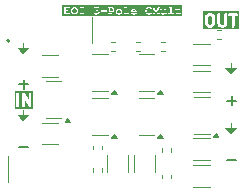
<source format=gto>
%TF.GenerationSoftware,KiCad,Pcbnew,8.0.9-8.0.9-0~ubuntu24.04.1*%
%TF.CreationDate,2025-07-21T09:14:06-04:00*%
%TF.ProjectId,cap_multiplier_tile,6361705f-6d75-46c7-9469-706c6965725f,0.1.X*%
%TF.SameCoordinates,Original*%
%TF.FileFunction,Legend,Top*%
%TF.FilePolarity,Positive*%
%FSLAX46Y46*%
G04 Gerber Fmt 4.6, Leading zero omitted, Abs format (unit mm)*
G04 Created by KiCad (PCBNEW 8.0.9-8.0.9-0~ubuntu24.04.1) date 2025-07-21 09:14:06*
%MOMM*%
%LPD*%
G01*
G04 APERTURE LIST*
%ADD10C,0.100000*%
%ADD11C,0.000000*%
%ADD12C,0.191421*%
%ADD13C,0.110000*%
%ADD14C,0.150000*%
%ADD15C,0.250000*%
%ADD16C,0.120000*%
G04 APERTURE END LIST*
D10*
X9200000Y-2400000D02*
X9200000Y-2000000D01*
X-8400000Y-1300000D02*
X-8400000Y-900000D01*
D11*
G36*
X-8400000Y-1900000D02*
G01*
X-8900000Y-1300000D01*
X-7900000Y-1300000D01*
X-8400000Y-1900000D01*
G37*
G36*
X9200000Y2100000D02*
G01*
X8700000Y2700000D01*
X9700000Y2700000D01*
X9200000Y2100000D01*
G37*
D12*
X-9604290Y5000000D02*
G75*
G02*
X-9795710Y5000000I-95710J0D01*
G01*
X-9795710Y5000000D02*
G75*
G02*
X-9604290Y5000000I95710J0D01*
G01*
D10*
X-8400000Y4400000D02*
X-8400000Y4800000D01*
D11*
G36*
X9200000Y-3000000D02*
G01*
X8700000Y-2400000D01*
X9700000Y-2400000D01*
X9200000Y-3000000D01*
G37*
D10*
X9200000Y2700000D02*
X9200000Y3100000D01*
D11*
G36*
X-8400000Y3800000D02*
G01*
X-8900000Y4400000D01*
X-7900000Y4400000D01*
X-8400000Y3800000D01*
G37*
D13*
G36*
X-4053058Y7739368D02*
G01*
X-4017745Y7726915D01*
X-3985816Y7707203D01*
X-3958016Y7681082D01*
X-3935094Y7649407D01*
X-3917796Y7613027D01*
X-3906870Y7572797D01*
X-3903062Y7529568D01*
X-3906960Y7488092D01*
X-3918106Y7449180D01*
X-3935674Y7413744D01*
X-3958841Y7382702D01*
X-3986782Y7356965D01*
X-4018673Y7337450D01*
X-4053689Y7325070D01*
X-4091007Y7320740D01*
X-4128640Y7325076D01*
X-4163804Y7337499D01*
X-4195715Y7357129D01*
X-4223585Y7383091D01*
X-4246629Y7414505D01*
X-4264062Y7450493D01*
X-4275098Y7490178D01*
X-4278951Y7532682D01*
X-4275098Y7574883D01*
X-4264062Y7614341D01*
X-4246629Y7650167D01*
X-4223585Y7681472D01*
X-4195715Y7707367D01*
X-4163804Y7726964D01*
X-4128640Y7739374D01*
X-4091007Y7743708D01*
X-4053058Y7739368D01*
G37*
G36*
X-271138Y7587083D02*
G01*
X-233920Y7575110D01*
X-201904Y7556400D01*
X-172088Y7526490D01*
X-153668Y7490106D01*
X-148561Y7456112D01*
X-155871Y7415254D01*
X-176439Y7379711D01*
X-208223Y7351128D01*
X-241803Y7333812D01*
X-280570Y7323424D01*
X-314524Y7320740D01*
X-356577Y7324902D01*
X-394371Y7336752D01*
X-426731Y7355339D01*
X-456737Y7385196D01*
X-475200Y7421739D01*
X-480304Y7456112D01*
X-472996Y7497293D01*
X-452367Y7532857D01*
X-420358Y7561283D01*
X-386393Y7578420D01*
X-346997Y7588662D01*
X-312326Y7591300D01*
X-271138Y7587083D01*
G37*
G36*
X977186Y7587540D02*
G01*
X1014024Y7576675D01*
X1049873Y7555850D01*
X1076368Y7527193D01*
X1090300Y7497145D01*
X781638Y7497145D01*
X798274Y7531289D01*
X826183Y7558872D01*
X863389Y7578697D01*
X901179Y7588609D01*
X935878Y7591300D01*
X977186Y7587540D01*
G37*
G36*
X-893609Y7728267D02*
G01*
X-858070Y7715026D01*
X-829754Y7689191D01*
X-815941Y7653160D01*
X-814794Y7637279D01*
X-822797Y7598281D01*
X-845843Y7568746D01*
X-882491Y7550030D01*
X-924581Y7543595D01*
X-931298Y7543490D01*
X-1055129Y7543490D01*
X-1055129Y7731984D01*
X-931298Y7731984D01*
X-893609Y7728267D01*
G37*
G36*
X5044638Y7132444D02*
G01*
X-5105088Y7132444D01*
X-5105088Y7784557D01*
X-5021755Y7784557D01*
X-5010086Y7749005D01*
X-4976558Y7733603D01*
X-4952512Y7731984D01*
X-4936759Y7731984D01*
X-4936759Y7332464D01*
X-4952512Y7332464D01*
X-4990521Y7327470D01*
X-5018504Y7301136D01*
X-5021755Y7279891D01*
X-5009184Y7245452D01*
X-4972370Y7228850D01*
X-4952512Y7227500D01*
X-4457920Y7227500D01*
X-4457920Y7387052D01*
X-4462905Y7425892D01*
X-4489150Y7454136D01*
X-4510310Y7457394D01*
X-4545460Y7446198D01*
X-4561162Y7412480D01*
X-4562884Y7387052D01*
X-4562884Y7332464D01*
X-4831612Y7332464D01*
X-4831612Y7485421D01*
X-4742402Y7485421D01*
X-4742402Y7477910D01*
X-4738922Y7441056D01*
X-4718877Y7410201D01*
X-4690012Y7403355D01*
X-4655210Y7415266D01*
X-4640125Y7448920D01*
X-4638538Y7472598D01*
X-4638538Y7532682D01*
X-4383915Y7532682D01*
X-4380539Y7484693D01*
X-4370745Y7438883D01*
X-4355028Y7395806D01*
X-4333886Y7356017D01*
X-4307816Y7320071D01*
X-4277316Y7288524D01*
X-4242882Y7261931D01*
X-4205012Y7240847D01*
X-4164203Y7225827D01*
X-4120952Y7217426D01*
X-4091007Y7215777D01*
X-4046865Y7219452D01*
X-4004643Y7230092D01*
X-3964870Y7247115D01*
X-3928075Y7269940D01*
X-3894786Y7297989D01*
X-3865533Y7330679D01*
X-3840844Y7367430D01*
X-3821248Y7407663D01*
X-3807274Y7450796D01*
X-3799452Y7496249D01*
X-3797915Y7527553D01*
X-3800527Y7575959D01*
X-3807969Y7619407D01*
X-3819657Y7658150D01*
X-3835004Y7692440D01*
X-3863600Y7736081D01*
X-3897128Y7771130D01*
X-3915063Y7784557D01*
X-3689471Y7784557D01*
X-3677744Y7749005D01*
X-3644113Y7733603D01*
X-3620045Y7731984D01*
X-3513983Y7731984D01*
X-3513983Y7332464D01*
X-3620045Y7332464D01*
X-3657240Y7328112D01*
X-3685560Y7303580D01*
X-3689471Y7279891D01*
X-3674845Y7243866D01*
X-3639911Y7228888D01*
X-3620045Y7227500D01*
X-3302957Y7227500D01*
X-3266442Y7232678D01*
X-3238042Y7257099D01*
X-3233714Y7279891D01*
X-3241747Y7304987D01*
X-2448412Y7304987D01*
X-2432942Y7268404D01*
X-2402580Y7246412D01*
X-2366367Y7232205D01*
X-2321287Y7222168D01*
X-2279500Y7217409D01*
X-2233173Y7215777D01*
X-2194479Y7217107D01*
X-2143203Y7223764D01*
X-2099573Y7235386D01*
X-2063061Y7251265D01*
X-2024533Y7277839D01*
X-1996459Y7309047D01*
X-1977585Y7343214D01*
X-1966654Y7378663D01*
X-1962247Y7422223D01*
X-1967845Y7464129D01*
X-1984731Y7501896D01*
X-1995260Y7514913D01*
X-1844278Y7514913D01*
X-1832550Y7479361D01*
X-1798920Y7463959D01*
X-1774852Y7462340D01*
X-1371668Y7462340D01*
X-1332693Y7467914D01*
X-1305487Y7494484D01*
X-1302425Y7514913D01*
X-1313273Y7550465D01*
X-1349701Y7566324D01*
X-1371668Y7567487D01*
X-1774852Y7567487D01*
X-1813884Y7562203D01*
X-1841199Y7535750D01*
X-1844278Y7514913D01*
X-1995260Y7514913D01*
X-2008293Y7531027D01*
X-2040337Y7557211D01*
X-2073582Y7576812D01*
X-2080949Y7580492D01*
X-2046752Y7603579D01*
X-2017070Y7631303D01*
X-1995562Y7665676D01*
X-1986059Y7704843D01*
X-1985328Y7721176D01*
X-1989282Y7758978D01*
X-1997701Y7784557D01*
X-1245272Y7784557D01*
X-1233603Y7749005D01*
X-1200075Y7733603D01*
X-1176029Y7731984D01*
X-1160276Y7731984D01*
X-1160276Y7543490D01*
X-1160276Y7332464D01*
X-1176029Y7332464D01*
X-1215004Y7327180D01*
X-1242210Y7300728D01*
X-1245272Y7279891D01*
X-1232701Y7245452D01*
X-1195887Y7228850D01*
X-1176029Y7227500D01*
X-951265Y7227500D01*
X-914120Y7232526D01*
X-885911Y7257471D01*
X-882022Y7279891D01*
X-894223Y7315926D01*
X-928026Y7330969D01*
X-951265Y7332464D01*
X-1055129Y7332464D01*
X-1055129Y7438526D01*
X-952364Y7438526D01*
X-900089Y7441494D01*
X-855246Y7449903D01*
X-837291Y7456112D01*
X-585450Y7456112D01*
X-582364Y7419579D01*
X-569178Y7373594D01*
X-546575Y7331619D01*
X-515592Y7294632D01*
X-487480Y7270752D01*
X-455674Y7250639D01*
X-420612Y7234705D01*
X-382732Y7223361D01*
X-342471Y7217021D01*
X-314524Y7215777D01*
X-272876Y7218553D01*
X-233335Y7226607D01*
X-196334Y7239526D01*
X-162308Y7256899D01*
X-131692Y7278314D01*
X-130006Y7279891D01*
X65030Y7279891D01*
X77601Y7245452D01*
X114415Y7228850D01*
X134273Y7227500D01*
X495508Y7227500D01*
X532702Y7232526D01*
X561023Y7257471D01*
X564934Y7279891D01*
X552675Y7315926D01*
X518769Y7330969D01*
X495508Y7332464D01*
X367463Y7332464D01*
X367463Y7450800D01*
X664035Y7450800D01*
X666999Y7413975D01*
X679777Y7368199D01*
X701927Y7326945D01*
X732674Y7291000D01*
X771240Y7261153D01*
X804829Y7243242D01*
X842051Y7229536D01*
X882578Y7220368D01*
X926083Y7216070D01*
X941190Y7215777D01*
X983497Y7217139D01*
X1024900Y7220556D01*
X1069116Y7226511D01*
X1112540Y7235439D01*
X1151568Y7247772D01*
X1188681Y7268638D01*
X1206804Y7302788D01*
X1192264Y7338165D01*
X1156429Y7352248D01*
X1118643Y7346173D01*
X1081530Y7336494D01*
X1041337Y7328048D01*
X1000200Y7322807D01*
X961343Y7320831D01*
X950715Y7320740D01*
X910030Y7322713D01*
X868161Y7330370D01*
X833688Y7343934D01*
X802544Y7367417D01*
X780867Y7399369D01*
X778524Y7404638D01*
X1206804Y7404638D01*
X1206804Y7445670D01*
X1203822Y7485297D01*
X1195123Y7522551D01*
X1181318Y7556496D01*
X1922863Y7556496D01*
X1922863Y7488535D01*
X1926225Y7445658D01*
X1936043Y7405272D01*
X1951913Y7367756D01*
X1973433Y7333486D01*
X2000199Y7302838D01*
X2031810Y7276189D01*
X2067860Y7253916D01*
X2107948Y7236396D01*
X2151671Y7224006D01*
X2198626Y7217121D01*
X2231525Y7215777D01*
X2272121Y7217664D01*
X2309869Y7223013D01*
X2355336Y7234718D01*
X2394703Y7250626D01*
X2427376Y7269625D01*
X2457903Y7296022D01*
X2477879Y7328710D01*
X2480469Y7344371D01*
X2466587Y7378749D01*
X2433166Y7395573D01*
X2427896Y7395845D01*
X2392209Y7378426D01*
X2363883Y7354777D01*
X2327342Y7335221D01*
X2282688Y7323967D01*
X2234639Y7320740D01*
X2189568Y7323814D01*
X2149156Y7332796D01*
X2113818Y7347325D01*
X2077417Y7372736D01*
X2050409Y7405547D01*
X2033607Y7445053D01*
X2027826Y7490550D01*
X2027826Y7556496D01*
X2031373Y7595570D01*
X2041636Y7631343D01*
X2063052Y7670520D01*
X2092977Y7702470D01*
X2130310Y7726045D01*
X2173948Y7740096D01*
X2212657Y7743708D01*
X2252908Y7739854D01*
X2293395Y7729213D01*
X2326413Y7712554D01*
X2354404Y7681973D01*
X2360668Y7664573D01*
X2372254Y7629196D01*
X2404698Y7610539D01*
X2412142Y7610168D01*
X2447694Y7621895D01*
X2463097Y7655526D01*
X2464716Y7679594D01*
X2464716Y7767705D01*
X2462723Y7784741D01*
X2517655Y7784741D01*
X2528406Y7749626D01*
X2561619Y7731435D01*
X2561619Y7332464D01*
X2527636Y7317093D01*
X2517655Y7279891D01*
X2526849Y7243819D01*
X2562423Y7227650D01*
X2568030Y7227500D01*
X2713843Y7227500D01*
X2750026Y7235914D01*
X2771546Y7267384D01*
X2772645Y7279891D01*
X2758905Y7315271D01*
X2725416Y7331587D01*
X2713843Y7332464D01*
X2666766Y7332464D01*
X2666766Y7633249D01*
X2790597Y7371115D01*
X2886218Y7371115D01*
X3002722Y7634348D01*
X3002722Y7332464D01*
X2955461Y7332464D01*
X2919750Y7323392D01*
X2897803Y7291827D01*
X2896659Y7279891D01*
X2909323Y7243643D01*
X2944783Y7228043D01*
X2955461Y7227500D01*
X3102373Y7227500D01*
X3137736Y7241998D01*
X3147619Y7279891D01*
X3137283Y7317093D01*
X3107685Y7332464D01*
X3107685Y7632150D01*
X3160625Y7632150D01*
X3174650Y7596256D01*
X3208903Y7580150D01*
X3218327Y7579577D01*
X3246720Y7579577D01*
X3246720Y7392181D01*
X3250399Y7351731D01*
X3261000Y7316318D01*
X3282996Y7279304D01*
X3313523Y7250548D01*
X3351309Y7230262D01*
X3395086Y7218661D01*
X3433566Y7215777D01*
X3473090Y7218837D01*
X3511702Y7231178D01*
X3545326Y7252131D01*
X3577547Y7279707D01*
X3577547Y7227500D01*
X3677198Y7227500D01*
X3715346Y7232727D01*
X3743372Y7259070D01*
X3746624Y7279891D01*
X3841513Y7279891D01*
X3854083Y7245452D01*
X3890898Y7228850D01*
X3910755Y7227500D01*
X4271991Y7227500D01*
X4309185Y7232526D01*
X4337506Y7257471D01*
X4341417Y7279891D01*
X4329158Y7315926D01*
X4295251Y7330969D01*
X4271991Y7332464D01*
X4143946Y7332464D01*
X4143946Y7632150D01*
X4419452Y7632150D01*
X4431122Y7597081D01*
X4464650Y7581318D01*
X4488695Y7579577D01*
X4525515Y7579577D01*
X4525515Y7359575D01*
X4530863Y7320675D01*
X4546457Y7287099D01*
X4571622Y7259365D01*
X4605684Y7237995D01*
X4647966Y7223507D01*
X4687258Y7217222D01*
X4719688Y7215777D01*
X4762193Y7218349D01*
X4801087Y7224031D01*
X4841233Y7232832D01*
X4879776Y7244657D01*
X4913862Y7259413D01*
X4945851Y7281834D01*
X4961305Y7314329D01*
X4948419Y7349558D01*
X4913573Y7366651D01*
X4910930Y7366719D01*
X4874644Y7356055D01*
X4835984Y7339442D01*
X4795860Y7327924D01*
X4752280Y7321877D01*
X4720787Y7320740D01*
X4683611Y7322788D01*
X4646506Y7335303D01*
X4630854Y7368582D01*
X4630478Y7378992D01*
X4630478Y7579577D01*
X4820621Y7579577D01*
X4859596Y7585150D01*
X4886802Y7611721D01*
X4889864Y7632150D01*
X4878484Y7667702D01*
X4845107Y7683104D01*
X4820621Y7684723D01*
X4630478Y7684723D01*
X4630478Y7778512D01*
X4626177Y7816120D01*
X4601755Y7844872D01*
X4578088Y7848854D01*
X4542053Y7836403D01*
X4527010Y7802032D01*
X4525515Y7778512D01*
X4525515Y7684723D01*
X4488695Y7684723D01*
X4451632Y7680372D01*
X4423361Y7655839D01*
X4419452Y7632150D01*
X4143946Y7632150D01*
X4143946Y7883476D01*
X3956917Y7883476D01*
X3919554Y7879380D01*
X3890619Y7855032D01*
X3886575Y7830902D01*
X3898592Y7795408D01*
X3932737Y7780109D01*
X3956917Y7778512D01*
X4038983Y7778512D01*
X4038983Y7332464D01*
X3910755Y7332464D01*
X3873692Y7328112D01*
X3845422Y7303580D01*
X3841513Y7279891D01*
X3746624Y7279891D01*
X3733800Y7315271D01*
X3700410Y7331097D01*
X3682511Y7332464D01*
X3682511Y7684723D01*
X3540728Y7684723D01*
X3501753Y7679439D01*
X3474547Y7652987D01*
X3471485Y7632150D01*
X3486460Y7596040D01*
X3522711Y7580761D01*
X3540728Y7579577D01*
X3577547Y7579577D01*
X3577547Y7391082D01*
X3549459Y7363436D01*
X3517558Y7338813D01*
X3483428Y7324586D01*
X3444191Y7320740D01*
X3407607Y7324191D01*
X3371539Y7341370D01*
X3353859Y7373471D01*
X3351684Y7395295D01*
X3351684Y7684723D01*
X3229867Y7684723D01*
X3192804Y7680372D01*
X3164534Y7655839D01*
X3160625Y7632150D01*
X3107685Y7632150D01*
X3107685Y7732534D01*
X3138535Y7752670D01*
X3147619Y7784741D01*
X3138412Y7821599D01*
X3102631Y7836834D01*
X3093030Y7837131D01*
X2977442Y7837131D01*
X2835659Y7525721D01*
X2690762Y7837131D01*
X2572244Y7837131D01*
X2536744Y7827929D01*
X2518373Y7795514D01*
X2517655Y7784741D01*
X2462723Y7784741D01*
X2460364Y7804899D01*
X2435831Y7833220D01*
X2412142Y7837131D01*
X2376919Y7822509D01*
X2367996Y7811852D01*
X2357554Y7816065D01*
X2322280Y7829844D01*
X2286195Y7840594D01*
X2246657Y7847157D01*
X2208444Y7848854D01*
X2164022Y7845563D01*
X2122025Y7835986D01*
X2082877Y7820573D01*
X2047003Y7799772D01*
X2014827Y7774031D01*
X1986775Y7743798D01*
X1963270Y7709522D01*
X1944739Y7671651D01*
X1931605Y7630634D01*
X1924293Y7586917D01*
X1922863Y7556496D01*
X1181318Y7556496D01*
X1181072Y7557101D01*
X1162040Y7588613D01*
X1138392Y7616753D01*
X1110496Y7641189D01*
X1078721Y7661587D01*
X1043434Y7677613D01*
X1005003Y7688936D01*
X963795Y7695220D01*
X934962Y7696447D01*
X892849Y7693684D01*
X853024Y7685644D01*
X815893Y7672704D01*
X781860Y7655237D01*
X751330Y7633619D01*
X724708Y7608224D01*
X695990Y7569138D01*
X675899Y7524894D01*
X669099Y7497145D01*
X667069Y7488860D01*
X664035Y7450800D01*
X367463Y7450800D01*
X367463Y7883476D01*
X180434Y7883476D01*
X143071Y7879380D01*
X114136Y7855032D01*
X110093Y7830902D01*
X122110Y7795408D01*
X156254Y7780109D01*
X180434Y7778512D01*
X262500Y7778512D01*
X262500Y7332464D01*
X134273Y7332464D01*
X97209Y7328112D01*
X68939Y7303580D01*
X65030Y7279891D01*
X-130006Y7279891D01*
X-104921Y7303358D01*
X-75958Y7341684D01*
X-55634Y7384752D01*
X-44978Y7431587D01*
X-43597Y7456112D01*
X-49027Y7504096D01*
X-64603Y7548997D01*
X-89260Y7589793D01*
X-121931Y7625464D01*
X-151050Y7648238D01*
X-183628Y7667122D01*
X-219212Y7681687D01*
X-257354Y7691499D01*
X-297603Y7696130D01*
X-311410Y7696447D01*
X-354065Y7693714D01*
X-394383Y7685774D01*
X-431957Y7673010D01*
X-466382Y7655807D01*
X-497252Y7634551D01*
X-524161Y7609626D01*
X-553179Y7571352D01*
X-573472Y7528152D01*
X-584079Y7480938D01*
X-585450Y7456112D01*
X-837291Y7456112D01*
X-817333Y7463014D01*
X-776700Y7486526D01*
X-746316Y7515322D01*
X-724995Y7547646D01*
X-711552Y7581742D01*
X-704022Y7624179D01*
X-703419Y7640393D01*
X-707741Y7681770D01*
X-720272Y7719511D01*
X-740359Y7753035D01*
X-767350Y7781764D01*
X-800592Y7805117D01*
X-839432Y7822516D01*
X-883218Y7833380D01*
X-931298Y7837131D01*
X-1176029Y7837131D01*
X-1213092Y7832779D01*
X-1241363Y7808246D01*
X-1245272Y7784557D01*
X-1997701Y7784557D01*
X-2000815Y7794017D01*
X-2019437Y7825591D01*
X-2044656Y7852999D01*
X-2075980Y7875538D01*
X-2112917Y7892506D01*
X-2154976Y7903202D01*
X-2201666Y7906923D01*
X-2243202Y7904410D01*
X-2282841Y7897263D01*
X-2319463Y7886067D01*
X-2359286Y7867272D01*
X-2390445Y7844210D01*
X-2413314Y7812518D01*
X-2418004Y7789870D01*
X-2404620Y7753582D01*
X-2371787Y7735754D01*
X-2366530Y7735465D01*
X-2330084Y7750887D01*
X-2301457Y7777953D01*
X-2263091Y7795823D01*
X-2218912Y7801769D01*
X-2207894Y7801960D01*
X-2170172Y7798698D01*
X-2134348Y7787092D01*
X-2102994Y7761012D01*
X-2090423Y7723895D01*
X-2090291Y7719161D01*
X-2099948Y7682600D01*
X-2125643Y7653292D01*
X-2162461Y7635885D01*
X-2185912Y7633066D01*
X-2227861Y7633066D01*
X-2263149Y7621504D01*
X-2281853Y7588816D01*
X-2282449Y7580492D01*
X-2268207Y7546512D01*
X-2231080Y7532550D01*
X-2227861Y7532316D01*
X-2190822Y7528556D01*
X-2151134Y7519171D01*
X-2113398Y7501725D01*
X-2083329Y7473993D01*
X-2068673Y7439683D01*
X-2067210Y7423322D01*
X-2074274Y7385082D01*
X-2098956Y7352995D01*
X-2132431Y7334996D01*
X-2175641Y7324629D01*
X-2217967Y7321041D01*
X-2236287Y7320740D01*
X-2279696Y7322314D01*
X-2318798Y7327804D01*
X-2356135Y7340774D01*
X-2389946Y7356965D01*
X-2396022Y7357377D01*
X-2431397Y7343898D01*
X-2448146Y7310405D01*
X-2448412Y7304987D01*
X-3241747Y7304987D01*
X-3245094Y7315443D01*
X-3278471Y7330845D01*
X-3302957Y7332464D01*
X-3409020Y7332464D01*
X-3409020Y7731984D01*
X-3302957Y7731984D01*
X-3263982Y7737268D01*
X-3236776Y7763720D01*
X-3233714Y7784557D01*
X-3245094Y7820109D01*
X-3278471Y7835512D01*
X-3302957Y7837131D01*
X-3620045Y7837131D01*
X-3657240Y7832779D01*
X-3685560Y7808246D01*
X-3689471Y7784557D01*
X-3915063Y7784557D01*
X-3933609Y7798441D01*
X-3971062Y7818870D01*
X-4007508Y7833270D01*
X-4051114Y7844572D01*
X-4091007Y7848854D01*
X-4135609Y7845171D01*
X-4178102Y7834495D01*
X-4217986Y7817387D01*
X-4254766Y7794411D01*
X-4287944Y7766125D01*
X-4317023Y7733094D01*
X-4341505Y7695877D01*
X-4360894Y7655036D01*
X-4374692Y7611133D01*
X-4382402Y7564730D01*
X-4383915Y7532682D01*
X-4638538Y7532682D01*
X-4638538Y7591300D01*
X-4643564Y7628664D01*
X-4668509Y7657598D01*
X-4690928Y7661642D01*
X-4726132Y7649335D01*
X-4740918Y7615040D01*
X-4742402Y7591300D01*
X-4742402Y7589285D01*
X-4831612Y7589285D01*
X-4831612Y7731984D01*
X-4585965Y7731984D01*
X-4585965Y7681426D01*
X-4581869Y7644050D01*
X-4557521Y7613644D01*
X-4533391Y7609252D01*
X-4497897Y7620979D01*
X-4482598Y7654974D01*
X-4481001Y7679594D01*
X-4481001Y7837131D01*
X-4952512Y7837131D01*
X-4989575Y7832779D01*
X-5017846Y7808246D01*
X-5021755Y7784557D01*
X-5105088Y7784557D01*
X-5105088Y7990256D01*
X5044638Y7990256D01*
X5044638Y7132444D01*
G37*
D14*
X-8763221Y1311134D02*
X-8001316Y1311134D01*
X-8382269Y930181D02*
X-8382269Y1692086D01*
D15*
G36*
X7504714Y7085030D02*
G01*
X7561125Y7028619D01*
X7596615Y6886659D01*
X7596615Y6584104D01*
X7561125Y6442145D01*
X7504711Y6385731D01*
X7454012Y6360381D01*
X7322553Y6360381D01*
X7271852Y6385732D01*
X7215438Y6442145D01*
X7179949Y6584104D01*
X7179949Y6886659D01*
X7215439Y7028619D01*
X7271849Y7085030D01*
X7322553Y7110381D01*
X7454012Y7110381D01*
X7504714Y7085030D01*
G37*
G36*
X9873975Y5985381D02*
G01*
X6804949Y5985381D01*
X6804949Y6902048D01*
X6929949Y6902048D01*
X6929949Y6568715D01*
X6930368Y6564461D01*
X6930097Y6562639D01*
X6931446Y6553511D01*
X6932351Y6544329D01*
X6933055Y6542628D01*
X6933681Y6538398D01*
X6981300Y6347922D01*
X6989545Y6324847D01*
X6995077Y6317381D01*
X6998634Y6308793D01*
X7014179Y6289851D01*
X7109417Y6194612D01*
X7119005Y6186743D01*
X7121167Y6184251D01*
X7124924Y6181886D01*
X7128359Y6179067D01*
X7131409Y6177804D01*
X7141904Y6171197D01*
X7237142Y6123578D01*
X7260028Y6114820D01*
X7264508Y6114502D01*
X7268658Y6112783D01*
X7293044Y6110381D01*
X7483520Y6110381D01*
X7507906Y6112783D01*
X7512054Y6114502D01*
X7516536Y6114820D01*
X7539422Y6123578D01*
X7634659Y6171196D01*
X7645155Y6177804D01*
X7648205Y6179067D01*
X7651639Y6181886D01*
X7655397Y6184251D01*
X7657558Y6186743D01*
X7667147Y6194612D01*
X7762385Y6289851D01*
X7777930Y6308793D01*
X7781487Y6317382D01*
X7787019Y6324847D01*
X7795264Y6347922D01*
X7842883Y6538398D01*
X7843508Y6542628D01*
X7844213Y6544329D01*
X7845117Y6553509D01*
X7846467Y6562638D01*
X7846195Y6564461D01*
X7846615Y6568715D01*
X7846615Y6902048D01*
X7846195Y6906303D01*
X7846467Y6908125D01*
X7845117Y6917255D01*
X7844213Y6926434D01*
X7843508Y6928136D01*
X7842883Y6932365D01*
X7795264Y7122841D01*
X7787019Y7145916D01*
X7781485Y7153385D01*
X7777929Y7161970D01*
X7762384Y7180912D01*
X7707915Y7235381D01*
X8025187Y7235381D01*
X8025187Y6425858D01*
X8027589Y6401472D01*
X8029307Y6397324D01*
X8029626Y6392842D01*
X8038384Y6369956D01*
X8086002Y6274719D01*
X8092609Y6264223D01*
X8093872Y6261175D01*
X8096689Y6257742D01*
X8099057Y6253981D01*
X8101551Y6251818D01*
X8109417Y6242233D01*
X8157036Y6194613D01*
X8166624Y6186744D01*
X8168786Y6184251D01*
X8172540Y6181888D01*
X8175977Y6179067D01*
X8179030Y6177803D01*
X8189523Y6171197D01*
X8284761Y6123578D01*
X8307647Y6114820D01*
X8312127Y6114502D01*
X8316277Y6112783D01*
X8340663Y6110381D01*
X8531139Y6110381D01*
X8555525Y6112783D01*
X8559673Y6114502D01*
X8564155Y6114820D01*
X8587041Y6123578D01*
X8682278Y6171196D01*
X8692774Y6177804D01*
X8695824Y6179067D01*
X8699257Y6181886D01*
X8703016Y6184251D01*
X8705178Y6186745D01*
X8714766Y6194613D01*
X8762385Y6242232D01*
X8770252Y6251820D01*
X8772745Y6253981D01*
X8775111Y6257741D01*
X8777930Y6261175D01*
X8779192Y6264224D01*
X8785799Y6274718D01*
X8833418Y6369956D01*
X8842176Y6392842D01*
X8842494Y6397323D01*
X8844213Y6401472D01*
X8846615Y6425858D01*
X8846615Y7235381D01*
X8844213Y7259767D01*
X8932351Y7259767D01*
X8932351Y7210995D01*
X8951015Y7165935D01*
X8985503Y7131447D01*
X9030563Y7112783D01*
X9054949Y7110381D01*
X9215663Y7110381D01*
X9215663Y6235381D01*
X9218065Y6210995D01*
X9236729Y6165935D01*
X9271217Y6131447D01*
X9316277Y6112783D01*
X9365049Y6112783D01*
X9410109Y6131447D01*
X9444597Y6165935D01*
X9463261Y6210995D01*
X9465663Y6235381D01*
X9465663Y7110381D01*
X9626377Y7110381D01*
X9650763Y7112783D01*
X9695823Y7131447D01*
X9730311Y7165935D01*
X9748975Y7210995D01*
X9748975Y7259767D01*
X9730311Y7304827D01*
X9695823Y7339315D01*
X9650763Y7357979D01*
X9626377Y7360381D01*
X9054949Y7360381D01*
X9030563Y7357979D01*
X8985503Y7339315D01*
X8951015Y7304827D01*
X8932351Y7259767D01*
X8844213Y7259767D01*
X8825549Y7304827D01*
X8791061Y7339315D01*
X8746001Y7357979D01*
X8697229Y7357979D01*
X8652169Y7339315D01*
X8617681Y7304827D01*
X8599017Y7259767D01*
X8596615Y7235381D01*
X8596615Y6455367D01*
X8571263Y6404664D01*
X8552332Y6385732D01*
X8501631Y6360381D01*
X8370172Y6360381D01*
X8319470Y6385732D01*
X8300538Y6404664D01*
X8275187Y6455366D01*
X8275187Y7235381D01*
X8272785Y7259767D01*
X8254121Y7304827D01*
X8219633Y7339315D01*
X8174573Y7357979D01*
X8125801Y7357979D01*
X8080741Y7339315D01*
X8046253Y7304827D01*
X8027589Y7259767D01*
X8025187Y7235381D01*
X7707915Y7235381D01*
X7667146Y7276150D01*
X7657560Y7284017D01*
X7655397Y7286511D01*
X7651635Y7288880D01*
X7648204Y7291695D01*
X7645157Y7292957D01*
X7634659Y7299566D01*
X7539422Y7347184D01*
X7516536Y7355942D01*
X7512054Y7356261D01*
X7507906Y7357979D01*
X7483520Y7360381D01*
X7293044Y7360381D01*
X7268658Y7357979D01*
X7264508Y7356261D01*
X7260028Y7355942D01*
X7237142Y7347184D01*
X7141904Y7299565D01*
X7131407Y7292958D01*
X7128360Y7291695D01*
X7124928Y7288879D01*
X7121167Y7286511D01*
X7119003Y7284017D01*
X7109418Y7276150D01*
X7014180Y7180912D01*
X6998635Y7161970D01*
X6995078Y7153385D01*
X6989545Y7145916D01*
X6981300Y7122841D01*
X6933681Y6932365D01*
X6933055Y6928136D01*
X6932351Y6926434D01*
X6931446Y6917253D01*
X6930097Y6908124D01*
X6930368Y6906303D01*
X6929949Y6902048D01*
X6804949Y6902048D01*
X6804949Y7485381D01*
X9873975Y7485381D01*
X9873975Y5985381D01*
G37*
D14*
X-8763221Y-3988866D02*
X-8001316Y-3988866D01*
X8836779Y-88866D02*
X9598684Y-88866D01*
X9217731Y-469819D02*
X9217731Y292086D01*
D15*
G36*
X-7599814Y-764314D02*
G01*
X-9147432Y-764314D01*
X-9147432Y485381D01*
X-9022432Y485381D01*
X-9022432Y-514619D01*
X-9020030Y-539005D01*
X-9001366Y-584065D01*
X-8966878Y-618553D01*
X-8921818Y-637217D01*
X-8873046Y-637217D01*
X-8827986Y-618553D01*
X-8793498Y-584065D01*
X-8774834Y-539005D01*
X-8772432Y-514619D01*
X-8772432Y485381D01*
X-8546242Y485381D01*
X-8546242Y-514619D01*
X-8543840Y-539005D01*
X-8525176Y-584065D01*
X-8490688Y-618553D01*
X-8445628Y-637217D01*
X-8396856Y-637217D01*
X-8351796Y-618553D01*
X-8317308Y-584065D01*
X-8298644Y-539005D01*
X-8296242Y-514619D01*
X-8296242Y14687D01*
X-7958344Y-576636D01*
X-7954698Y-581773D01*
X-7953748Y-584065D01*
X-7951414Y-586399D01*
X-7944160Y-596618D01*
X-7931016Y-606797D01*
X-7919260Y-618553D01*
X-7911900Y-621601D01*
X-7905599Y-626481D01*
X-7889558Y-630855D01*
X-7874200Y-637217D01*
X-7866233Y-637217D01*
X-7858544Y-639314D01*
X-7842049Y-637217D01*
X-7825428Y-637217D01*
X-7818068Y-634168D01*
X-7810161Y-633163D01*
X-7795727Y-624914D01*
X-7780368Y-618553D01*
X-7774734Y-612918D01*
X-7767815Y-608965D01*
X-7757636Y-595820D01*
X-7745880Y-584065D01*
X-7742832Y-576704D01*
X-7737952Y-570404D01*
X-7733577Y-554361D01*
X-7727216Y-539005D01*
X-7725988Y-526535D01*
X-7725119Y-523350D01*
X-7725432Y-520890D01*
X-7724814Y-514619D01*
X-7724814Y485381D01*
X-7727216Y509767D01*
X-7745880Y554827D01*
X-7780368Y589315D01*
X-7825428Y607979D01*
X-7874200Y607979D01*
X-7919260Y589315D01*
X-7953748Y554827D01*
X-7972412Y509767D01*
X-7974814Y485381D01*
X-7974814Y-43923D01*
X-8312712Y547398D01*
X-8316359Y552536D01*
X-8317308Y554827D01*
X-8319643Y557162D01*
X-8326896Y567380D01*
X-8340041Y577560D01*
X-8351796Y589315D01*
X-8359157Y592364D01*
X-8365457Y597243D01*
X-8381499Y601618D01*
X-8396856Y607979D01*
X-8404823Y607979D01*
X-8412512Y610076D01*
X-8429007Y607979D01*
X-8445628Y607979D01*
X-8452989Y604931D01*
X-8460895Y603925D01*
X-8475330Y595677D01*
X-8490688Y589315D01*
X-8496323Y583681D01*
X-8503241Y579727D01*
X-8513421Y566583D01*
X-8525176Y554827D01*
X-8528225Y547467D01*
X-8533104Y541166D01*
X-8537479Y525125D01*
X-8543840Y509767D01*
X-8545069Y497296D01*
X-8545937Y494111D01*
X-8545625Y491652D01*
X-8546242Y485381D01*
X-8772432Y485381D01*
X-8774834Y509767D01*
X-8793498Y554827D01*
X-8827986Y589315D01*
X-8873046Y607979D01*
X-8921818Y607979D01*
X-8966878Y589315D01*
X-9001366Y554827D01*
X-9020030Y509767D01*
X-9022432Y485381D01*
X-9147432Y485381D01*
X-9147432Y735076D01*
X-7599814Y735076D01*
X-7599814Y-764314D01*
G37*
D14*
X8836779Y-5088866D02*
X9598684Y-5088866D01*
D16*
%TO.C,R2*%
X3246359Y4930000D02*
X3553641Y4930000D01*
X3246359Y4170000D02*
X3553641Y4170000D01*
%TO.C,R7*%
X3320000Y-6653641D02*
X3320000Y-6346359D01*
X4080000Y-6653641D02*
X4080000Y-6346359D01*
%TO.C,R4*%
X1146359Y4930000D02*
X1453641Y4930000D01*
X1146359Y4170000D02*
X1453641Y4170000D01*
%TO.C,R3*%
X-953641Y4930000D02*
X-646359Y4930000D01*
X-953641Y4170000D02*
X-646359Y4170000D01*
%TO.C,C14*%
X940000Y-4688748D02*
X940000Y-6111252D01*
X2760000Y-4688748D02*
X2760000Y-6111252D01*
%TO.C,C11*%
X5938748Y-5540000D02*
X7361252Y-5540000D01*
X5938748Y-7360000D02*
X7361252Y-7360000D01*
%TO.C,R8*%
X-2480000Y-3896359D02*
X-2480000Y-4203641D01*
X-1720000Y-3896359D02*
X-1720000Y-4203641D01*
%TO.C,C3*%
X5963748Y4760000D02*
X7386252Y4760000D01*
X5963748Y2940000D02*
X7386252Y2940000D01*
%TO.C,Q3*%
X-1925000Y160000D02*
X-2575000Y160000D01*
X-1925000Y160000D02*
X-1275000Y160000D01*
X-1925000Y-2960000D02*
X-2575000Y-2960000D01*
X-1925000Y-2960000D02*
X-1275000Y-2960000D01*
X-522500Y-3240000D02*
X-1002500Y-3240000D01*
X-762500Y-2910000D01*
X-522500Y-3240000D01*
G36*
X-522500Y-3240000D02*
G01*
X-1002500Y-3240000D01*
X-762500Y-2910000D01*
X-522500Y-3240000D01*
G37*
%TO.C,Q1*%
X-1925000Y3860000D02*
X-2575000Y3860000D01*
X-1925000Y3860000D02*
X-1275000Y3860000D01*
X-1925000Y740000D02*
X-2575000Y740000D01*
X-1925000Y740000D02*
X-1275000Y740000D01*
X-522500Y460000D02*
X-1002500Y460000D01*
X-762500Y790000D01*
X-522500Y460000D01*
G36*
X-522500Y460000D02*
G01*
X-1002500Y460000D01*
X-762500Y790000D01*
X-522500Y460000D01*
G37*
%TO.C,R5*%
X8303641Y5880000D02*
X7996359Y5880000D01*
X8303641Y5120000D02*
X7996359Y5120000D01*
%TO.C,R10*%
X3320000Y-4096359D02*
X3320000Y-4403641D01*
X4080000Y-4096359D02*
X4080000Y-4403641D01*
%TO.C,R9*%
X-2480000Y-5796359D02*
X-2480000Y-6103641D01*
X-1720000Y-5796359D02*
X-1720000Y-6103641D01*
%TO.C,C5*%
X-5438748Y3760000D02*
X-6861252Y3760000D01*
X-5438748Y1940000D02*
X-6861252Y1940000D01*
%TO.C,Q4*%
X2000000Y160000D02*
X1350000Y160000D01*
X2000000Y160000D02*
X2650000Y160000D01*
X2000000Y-2960000D02*
X1350000Y-2960000D01*
X2000000Y-2960000D02*
X2650000Y-2960000D01*
X3402500Y-3240000D02*
X2922500Y-3240000D01*
X3162500Y-2910000D01*
X3402500Y-3240000D01*
G36*
X3402500Y-3240000D02*
G01*
X2922500Y-3240000D01*
X3162500Y-2910000D01*
X3402500Y-3240000D01*
G37*
%TO.C,C12*%
X-5438748Y-1940000D02*
X-6861252Y-1940000D01*
X-5438748Y-3760000D02*
X-6861252Y-3760000D01*
%TO.C,D3*%
X6700000Y260000D02*
X6050000Y260000D01*
X6700000Y260000D02*
X7350000Y260000D01*
X6700000Y-2860000D02*
X6050000Y-2860000D01*
X6700000Y-2860000D02*
X7350000Y-2860000D01*
X8102500Y-3140000D02*
X7622500Y-3140000D01*
X7862500Y-2810000D01*
X8102500Y-3140000D01*
G36*
X8102500Y-3140000D02*
G01*
X7622500Y-3140000D01*
X7862500Y-2810000D01*
X8102500Y-3140000D01*
G37*
%TO.C,Q2*%
X2000000Y3860000D02*
X1350000Y3860000D01*
X2000000Y3860000D02*
X2650000Y3860000D01*
X2000000Y740000D02*
X1350000Y740000D01*
X2000000Y740000D02*
X2650000Y740000D01*
X3402500Y460000D02*
X2922500Y460000D01*
X3162500Y790000D01*
X3402500Y460000D01*
G36*
X3402500Y460000D02*
G01*
X2922500Y460000D01*
X3162500Y790000D01*
X3402500Y460000D01*
G37*
%TO.C,C4*%
X7386252Y2460000D02*
X5963748Y2460000D01*
X7386252Y640000D02*
X5963748Y640000D01*
%TO.C,D1*%
X-2640000Y4800000D02*
X-2640000Y7000000D01*
%TO.C,C13*%
X-1370000Y-4688748D02*
X-1370000Y-6111252D01*
X450000Y-4688748D02*
X450000Y-6111252D01*
%TO.C,D4*%
X-9705000Y-4800000D02*
X-9705000Y-7000000D01*
%TO.C,D2*%
X-5850000Y1560000D02*
X-6500000Y1560000D01*
X-5850000Y1560000D02*
X-5200000Y1560000D01*
X-5850000Y-1560000D02*
X-6500000Y-1560000D01*
X-5850000Y-1560000D02*
X-5200000Y-1560000D01*
X-4447500Y-1840000D02*
X-4927500Y-1840000D01*
X-4687500Y-1510000D01*
X-4447500Y-1840000D01*
G36*
X-4447500Y-1840000D02*
G01*
X-4927500Y-1840000D01*
X-4687500Y-1510000D01*
X-4447500Y-1840000D01*
G37*
%TO.C,C10*%
X7361252Y-3240000D02*
X5938748Y-3240000D01*
X7361252Y-5060000D02*
X5938748Y-5060000D01*
%TD*%
M02*

</source>
